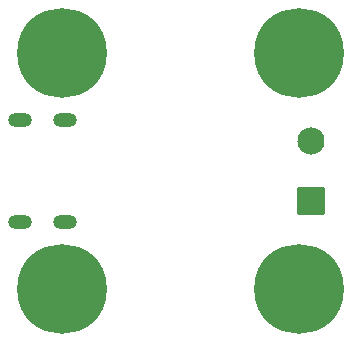
<source format=gbs>
G04 Layer: BottomSolderMaskLayer*
G04 EasyEDA Pro v2.1.51, 2024-03-10 10:17:56*
G04 Gerber Generator version 0.3*
G04 Scale: 100 percent, Rotated: No, Reflected: No*
G04 Dimensions in millimeters*
G04 Leading zeros omitted, absolute positions, 3 integers and 5 decimals*
%FSLAX35Y35*%
%MOMM*%
%AMRoundRect*1,1,$1,$2,$3*1,1,$1,$4,$5*1,1,$1,0-$2,0-$3*1,1,$1,0-$4,0-$5*20,1,$1,$2,$3,$4,$5,0*20,1,$1,$4,$5,0-$2,0-$3,0*20,1,$1,0-$2,0-$3,0-$4,0-$5,0*20,1,$1,0-$4,0-$5,$2,$3,0*4,1,4,$2,$3,$4,$5,0-$2,0-$3,0-$4,0-$5,$2,$3,0*%
%ADD10O,2.002X1.202*%
%ADD11RoundRect,0.0973X-1.10215X-1.10215X-1.10215X1.10215*%
%ADD12C,2.3016*%
%ADD13C,7.602*%
G75*


G04 Pad Start*
G54D10*
G01X143747Y1068010D03*
G01X143747Y1931991D03*
G01X523756Y1068010D03*
G01X523756Y1931991D03*
G54D11*
G01X2610000Y1246000D03*
G54D12*
G01X2610000Y1754000D03*
G54D13*
G01X500000Y500000D03*
G01X2500000Y500000D03*
G01X2500000Y2500000D03*
G01X500000Y2500000D03*
G04 Pad End*

M02*

</source>
